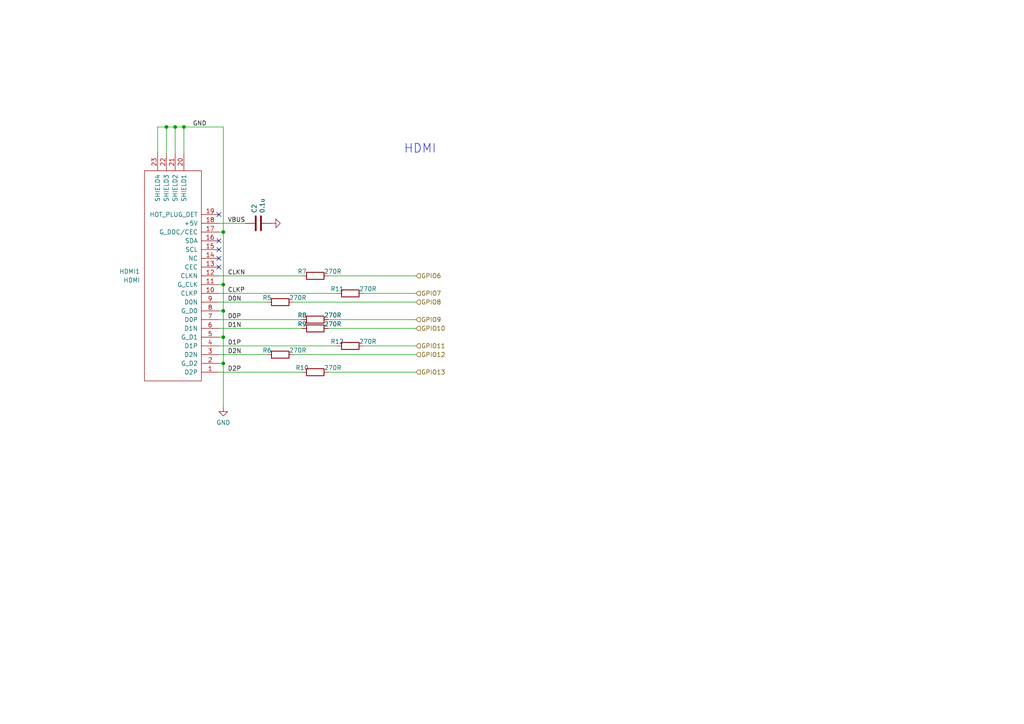
<source format=kicad_sch>
(kicad_sch (version 20231120) (generator "eeschema") (generator_version "8.0")
  (paper "A4")
  (title_block (title "FRANK") (date "2024-12-15") (rev "2.0") (company "Mikhail Matveev") (comment 1 "https://github.com/xtremespb/frank2"))
  (lib_symbols
    (symbol "Device:C" (pin_numbers hide) (pin_names (offset 0.254))
      (property "Reference" "C" (at 0.635 2.54 0))
      (property "Value" "C" (at 0.635 -2.54 0))
      (symbol "C_0_1"
        (polyline (pts (xy -2.032 -0.762) (xy 2.032 -0.762)) (stroke (width 0.508)))
        (polyline (pts (xy -2.032 0.762) (xy 2.032 0.762)) (stroke (width 0.508)))
      )
      (symbol "C_1_1"
        (pin passive line (at 0 3.81 270) (length 2.794) (name "~") (number "1"))
        (pin passive line (at 0 -3.81 90) (length 2.794) (name "~") (number "2"))
      )
    )
    (symbol "Device:R" (pin_numbers hide) (pin_names (offset 0))
      (property "Reference" "R" (at 2.032 0 90))
      (property "Value" "R" (at 0 0 90))
      (symbol "R_0_1"
        (rectangle (start -1.016 -2.54) (end 1.016 2.54) (stroke (width 0.254)))
      )
      (symbol "R_1_1"
        (pin passive line (at 0 3.81 270) (length 1.27) (name "~") (number "1"))
        (pin passive line (at 0 -3.81 90) (length 1.27) (name "~") (number "2"))
      )
    )
    (symbol "R40:HDMI" (pin_names (offset 1.016))
      (property "Reference" "CN" (at -1.27 16.51 0))
      (property "Value" "HDMI" (at 7.62 16.51 0))
      (symbol "HDMI_0_1"
        (rectangle (start -5.08 15.24) (end 11.43 -45.72))
      )
      (symbol "HDMI_1_1"
        (pin input line (at -10.16 12.7 0) (length 5.08) (name "D2P") (number "1"))
        (pin input line (at -10.16 -10.16 0) (length 5.08) (name "CLKP") (number "10"))
        (pin input line (at -10.16 -12.7 0) (length 5.08) (name "G_CLK") (number "11"))
        (pin input line (at -10.16 -15.24 0) (length 5.08) (name "CLKN") (number "12"))
        (pin input line (at -10.16 -17.78 0) (length 5.08) (name "CEC") (number "13"))
        (pin input line (at -10.16 -20.32 0) (length 5.08) (name "NC") (number "14"))
        (pin input line (at -10.16 -22.86 0) (length 5.08) (name "SCL") (number "15"))
        (pin input line (at -10.16 -25.4 0) (length 5.08) (name "SDA") (number "16"))
        (pin input line (at -10.16 -27.94 0) (length 5.08) (name "G_DDC/CEC") (number "17"))
        (pin input line (at -10.16 -30.48 0) (length 5.08) (name "+5V") (number "18"))
        (pin input line (at -10.16 -33.02 0) (length 5.08) (name "HOT_PLUG_DET") (number "19"))
        (pin input line (at -10.16 10.16 0) (length 5.08) (name "G_D2") (number "2"))
        (pin input line (at 0 -50.8 90) (length 5.08) (name "SHIELD1") (number "20"))
        (pin input line (at 2.54 -50.8 90) (length 5.08) (name "SHIELD2") (number "21"))
        (pin input line (at 5.08 -50.8 90) (length 5.08) (name "SHIELD3") (number "22"))
        (pin input line (at 7.62 -50.8 90) (length 5.08) (name "SHIELD4") (number "23"))
        (pin input line (at -10.16 7.62 0) (length 5.08) (name "D2N") (number "3"))
        (pin input line (at -10.16 5.08 0) (length 5.08) (name "D1P") (number "4"))
        (pin input line (at -10.16 2.54 0) (length 5.08) (name "G_D1") (number "5"))
        (pin input line (at -10.16 0 0) (length 5.08) (name "D1N") (number "6"))
        (pin input line (at -10.16 -2.54 0) (length 5.08) (name "D0P") (number "7"))
        (pin input line (at -10.16 -5.08 0) (length 5.08) (name "G_D0") (number "8"))
        (pin input line (at -10.16 -7.62 0) (length 5.08) (name "D0N") (number "9"))
      )
    )
    (symbol "power:GND" (power) (pin_names (offset 0))
      (property "Value" "GND" (at 0 -3.81 0))
      (symbol "GND_0_1"
        (polyline (pts (xy 0 0) (xy 0 -1.27) (xy 1.27 -1.27) (xy 0 -2.54) (xy -1.27 -1.27) (xy 0 -1.27)))
      )
      (symbol "GND_1_1"
        (pin power_in line (at 0 0 270) (length 0) hide (name "GND") (number "1"))
      )
    )
  )
  (junction (at 64.77 97.79))
  (junction (at 48.26 36.83))
  (junction (at 64.77 67.31))
  (junction (at 64.77 82.55))
  (junction (at 64.77 105.41))
  (junction (at 53.34 36.83))
  (junction (at 64.77 90.17))
  (junction (at 50.8 36.83))
  (no_connect (at 63.5 77.47))
  (no_connect (at 63.5 72.39))
  (no_connect (at 63.5 74.93))
  (no_connect (at 63.5 62.23))
  (no_connect (at 63.5 69.85))
  (wire (pts (xy 63.5 82.55) (xy 64.77 82.55)))
  (wire (pts (xy 64.77 97.79) (xy 64.77 105.41)))
  (wire (pts (xy 63.5 92.71) (xy 87.63 92.71)))
  (wire (pts (xy 85.09 102.87) (xy 120.65 102.87)))
  (wire (pts (xy 63.5 107.95) (xy 87.63 107.95)))
  (wire (pts (xy 63.5 90.17) (xy 64.77 90.17)))
  (wire (pts (xy 64.77 36.83) (xy 53.34 36.83)))
  (wire (pts (xy 50.8 36.83) (xy 50.8 44.45)))
  (wire (pts (xy 85.09 87.63) (xy 120.65 87.63)))
  (wire (pts (xy 53.34 36.83) (xy 50.8 36.83)))
  (wire (pts (xy 105.41 100.33) (xy 120.65 100.33)))
  (wire (pts (xy 64.77 90.17) (xy 64.77 97.79)))
  (wire (pts (xy 64.77 82.55) (xy 64.77 90.17)))
  (wire (pts (xy 95.25 95.25) (xy 120.65 95.25)))
  (wire (pts (xy 48.26 36.83) (xy 48.26 44.45)))
  (wire (pts (xy 63.5 80.01) (xy 87.63 80.01)))
  (wire (pts (xy 63.5 64.77) (xy 71.12 64.77)))
  (wire (pts (xy 63.5 100.33) (xy 97.79 100.33)))
  (wire (pts (xy 63.5 105.41) (xy 64.77 105.41)))
  (wire (pts (xy 64.77 105.41) (xy 64.77 118.11)))
  (wire (pts (xy 95.25 80.01) (xy 120.65 80.01)))
  (wire (pts (xy 95.25 92.71) (xy 120.65 92.71)))
  (wire (pts (xy 64.77 82.55) (xy 64.77 67.31)))
  (wire (pts (xy 48.26 36.83) (xy 45.72 36.83)))
  (wire (pts (xy 63.5 97.79) (xy 64.77 97.79)))
  (wire (pts (xy 63.5 67.31) (xy 64.77 67.31)))
  (wire (pts (xy 63.5 85.09) (xy 97.79 85.09)))
  (wire (pts (xy 64.77 67.31) (xy 64.77 36.83)))
  (wire (pts (xy 105.41 85.09) (xy 120.65 85.09)))
  (wire (pts (xy 63.5 102.87) (xy 77.47 102.87)))
  (wire (pts (xy 50.8 36.83) (xy 48.26 36.83)))
  (wire (pts (xy 63.5 95.25) (xy 87.63 95.25)))
  (wire (pts (xy 45.72 36.83) (xy 45.72 44.45)))
  (wire (pts (xy 53.34 36.83) (xy 53.34 44.45)))
  (wire (pts (xy 95.25 107.95) (xy 120.65 107.95)))
  (wire (pts (xy 63.5 87.63) (xy 77.47 87.63)))
  (text "HDMI" (at 117.094 44.704 0) (effects (font (size 2.54 2.54)) (justify left bottom)))
  (label "D2N" (at 66.04 102.87 0))
  (label "D2P" (at 66.04 107.95 0))
  (label "VBUS" (at 66.04 64.77 0))
  (label "GND" (at 55.88 36.83 0))
  (label "D0P" (at 66.04 92.71 0))
  (label "D1N" (at 66.04 95.25 0))
  (label "D0N" (at 66.04 87.63 0))
  (label "CLKN" (at 66.04 80.01 0))
  (label "CLKP" (at 66.04 85.09 0))
  (label "D1P" (at 66.04 100.33 0))
  (hierarchical_label "GPIO13" (shape input) (at 120.65 107.95 0))
  (hierarchical_label "GPIO7" (shape input) (at 120.65 85.09 0))
  (hierarchical_label "GPIO12" (shape input) (at 120.65 102.87 0))
  (hierarchical_label "GPIO6" (shape input) (at 120.65 80.01 0))
  (hierarchical_label "GPIO9" (shape input) (at 120.65 92.71 0))
  (hierarchical_label "GPIO11" (shape input) (at 120.65 100.33 0))
  (hierarchical_label "GPIO8" (shape input) (at 120.65 87.63 0))
  (hierarchical_label "GPIO10" (shape input) (at 120.65 95.25 0))
  (symbol (lib_id "Device:R") (at 91.44 92.71 90) (unit 1)
    (property "Reference" "R8" (at 87.63 91.44 90))
    (property "Value" "270R" (at 96.52 91.44 90))
    (property "Footprint" "LIBS:Medved_R_0805" (effects (hide yes)))
  )
  (symbol (lib_id "Device:R") (at 101.6 100.33 90) (unit 1)
    (property "Reference" "R12" (at 97.79 99.06 90))
    (property "Value" "270R" (at 106.68 99.06 90))
    (property "Footprint" "LIBS:Medved_R_0805" (effects (hide yes)))
  )
  (symbol (lib_id "power:GND") (at 78.74 64.77 90) (unit 1)
    (property "Reference" "#PWR013" (effects (hide yes)))
    (property "Value" "GND" (effects (hide yes)))
  )
  (symbol (lib_id "Device:R") (at 91.44 80.01 90) (unit 1)
    (property "Reference" "R7" (at 87.63 78.74 90))
    (property "Value" "270R" (at 96.52 78.74 90))
    (property "Footprint" "LIBS:Medved_R_0805" (effects (hide yes)))
  )
  (symbol (lib_id "Device:R") (at 91.44 95.25 90) (unit 1)
    (property "Reference" "R9" (at 87.63 93.98 90))
    (property "Value" "270R" (at 96.52 93.98 90))
    (property "Footprint" "LIBS:Medved_R_0805" (effects (hide yes)))
  )
  (symbol (lib_id "Device:C") (at 74.93 64.77 90) (unit 1)
    (property "Reference" "C2" (at 73.7616 61.849 0) (effects (justify left)))
    (property "Value" "0.1u" (at 76.073 61.849 0) (effects (justify left)))
    (property "Footprint" "LIBS:Medved_C_0805" (effects (hide yes)))
  )
  (symbol (lib_id "Device:R") (at 81.28 87.63 90) (unit 1)
    (property "Reference" "R5" (at 77.47 86.36 90))
    (property "Value" "270R" (at 86.36 86.36 90))
    (property "Footprint" "LIBS:Medved_R_0805" (effects (hide yes)))
  )
  (symbol (lib_id "power:GND") (at 64.77 118.11 0) (unit 1)
    (property "Reference" "#PWR012" (effects (hide yes)))
    (property "Value" "GND" (at 64.77 122.5534 0))
  )
  (symbol (lib_id "Device:R") (at 101.6 85.09 90) (unit 1)
    (property "Reference" "R11" (at 97.79 83.82 90))
    (property "Value" "270R" (at 106.68 83.82 90))
    (property "Footprint" "LIBS:Medved_R_0805" (effects (hide yes)))
  )
  (symbol (lib_id "R40:HDMI") (at 53.34 95.25 180) (unit 1)
    (property "Reference" "HDMI1" (at 40.64 78.7399 0) (effects (justify left)))
    (property "Value" "HDMI" (at 40.64 81.2799 0) (effects (justify left)))
    (property "Footprint" "LIBS:HDMI" (effects (hide yes)))
  )
  (symbol (lib_id "Device:R") (at 91.44 107.95 90) (unit 1)
    (property "Reference" "R10" (at 87.63 106.68 90))
    (property "Value" "270R" (at 96.52 106.68 90))
    (property "Footprint" "LIBS:Medved_R_0805" (effects (hide yes)))
  )
  (symbol (lib_id "Device:R") (at 81.28 102.87 90) (unit 1)
    (property "Reference" "R6" (at 77.47 101.6 90))
    (property "Value" "270R" (at 86.36 101.6 90))
    (property "Footprint" "LIBS:Medved_R_0805" (effects (hide yes)))
  )
)
</source>
